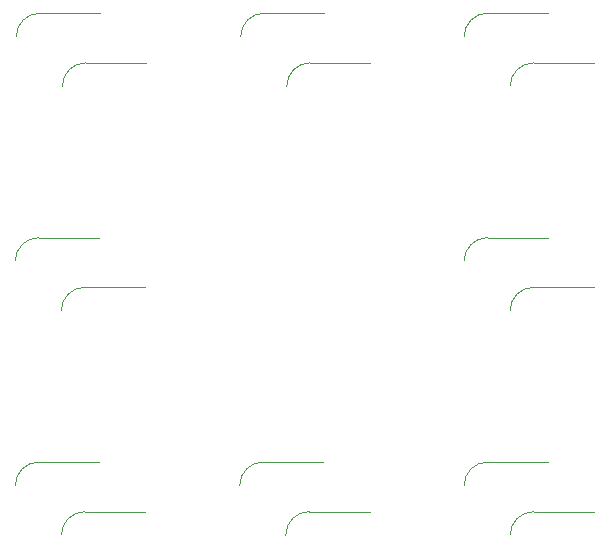
<source format=gbr>
%TF.GenerationSoftware,KiCad,Pcbnew,8.0.6*%
%TF.CreationDate,2024-10-30T00:35:20-04:00*%
%TF.ProjectId,MyHackpad,4d794861-636b-4706-9164-2e6b69636164,rev?*%
%TF.SameCoordinates,Original*%
%TF.FileFunction,Legend,Bot*%
%TF.FilePolarity,Positive*%
%FSLAX46Y46*%
G04 Gerber Fmt 4.6, Leading zero omitted, Abs format (unit mm)*
G04 Created by KiCad (PCBNEW 8.0.6) date 2024-10-30 00:35:20*
%MOMM*%
%LPD*%
G01*
G04 APERTURE LIST*
%ADD10C,0.120000*%
G04 APERTURE END LIST*
D10*
%TO.C,K6*%
X47900000Y-71100000D02*
X53000000Y-71100000D01*
X51800000Y-75300000D02*
X56900000Y-75300000D01*
X45900000Y-73100000D02*
G75*
G02*
X47900000Y-71100000I1999999J1D01*
G01*
X49800000Y-77300000D02*
G75*
G02*
X51800000Y-75300000I1999999J1D01*
G01*
%TO.C,K5*%
X66900000Y-71100000D02*
X72000000Y-71100000D01*
X70800000Y-75300000D02*
X75900000Y-75300000D01*
X64900000Y-73100000D02*
G75*
G02*
X66900000Y-71100000I1999999J1D01*
G01*
X68800000Y-77300000D02*
G75*
G02*
X70800000Y-75300000I1999999J1D01*
G01*
%TO.C,K7*%
X28900000Y-71100000D02*
X34000000Y-71100000D01*
X32800000Y-75300000D02*
X37900000Y-75300000D01*
X26900000Y-73100000D02*
G75*
G02*
X28900000Y-71100000I1999999J1D01*
G01*
X30800000Y-77300000D02*
G75*
G02*
X32800000Y-75300000I1999999J1D01*
G01*
%TO.C,K4*%
X66900000Y-52100000D02*
X72000000Y-52100000D01*
X70800000Y-56300000D02*
X75900000Y-56300000D01*
X64900000Y-54100000D02*
G75*
G02*
X66900000Y-52100000I1999999J1D01*
G01*
X68800000Y-58300000D02*
G75*
G02*
X70800000Y-56300000I1999999J1D01*
G01*
%TO.C,K1*%
X28980000Y-33100000D02*
X34080000Y-33100000D01*
X32880000Y-37300000D02*
X37980000Y-37300000D01*
X26980000Y-35100000D02*
G75*
G02*
X28980000Y-33100000I1999999J1D01*
G01*
X30880000Y-39300000D02*
G75*
G02*
X32880000Y-37300000I1999999J1D01*
G01*
%TO.C,K8*%
X28900000Y-52100000D02*
X34000000Y-52100000D01*
X32800000Y-56300000D02*
X37900000Y-56300000D01*
X26900000Y-54100000D02*
G75*
G02*
X28900000Y-52100000I1999999J1D01*
G01*
X30800000Y-58300000D02*
G75*
G02*
X32800000Y-56300000I1999999J1D01*
G01*
%TO.C,K2*%
X47980000Y-33100000D02*
X53080000Y-33100000D01*
X51880000Y-37300000D02*
X56980000Y-37300000D01*
X45980000Y-35100000D02*
G75*
G02*
X47980000Y-33100000I1999999J1D01*
G01*
X49880000Y-39300000D02*
G75*
G02*
X51880000Y-37300000I1999999J1D01*
G01*
%TO.C,K3*%
X66900000Y-33100000D02*
X72000000Y-33100000D01*
X70800000Y-37300000D02*
X75900000Y-37300000D01*
X64900000Y-35100000D02*
G75*
G02*
X66900000Y-33100000I1999999J1D01*
G01*
X68800000Y-39300000D02*
G75*
G02*
X70800000Y-37300000I1999999J1D01*
G01*
%TD*%
M02*

</source>
